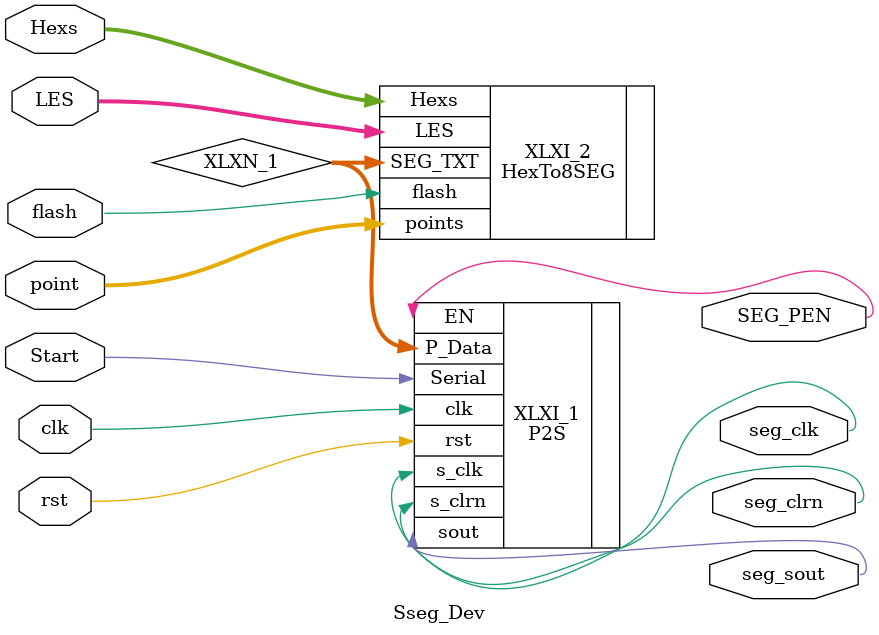
<source format=v>
`timescale 1ns / 1ps

module Sseg_Dev(clk, 
                flash, 
                Hexs, 
                LES, 
                point, 
                rst, 
                Start, 
                seg_clk, 
                seg_clrn, 
                SEG_PEN, 
                seg_sout);

    input clk;
    input flash;
    input [31:0] Hexs;
    input [7:0] LES;
    input [7:0] point;
    input rst;
    input Start;
   output seg_clk;
   output seg_clrn;
   output SEG_PEN;
   output seg_sout;
   
   wire [63:0] XLXN_1;
   
   P2S  XLXI_1 (.clk(clk), 
               .P_Data(XLXN_1[63:0]), 
               .rst(rst), 
               .Serial(Start), 
               .EN(SEG_PEN), 
               .sout(seg_sout), 
               .s_clk(seg_clk), 
               .s_clrn(seg_clrn));
   HexTo8SEG  XLXI_2 (.flash(flash), 
                     .Hexs(Hexs[31:0]), 
                     .LES(LES[7:0]), 
                     .points(point[7:0]), 
                     .SEG_TXT(XLXN_1[63:0]));
endmodule
</source>
